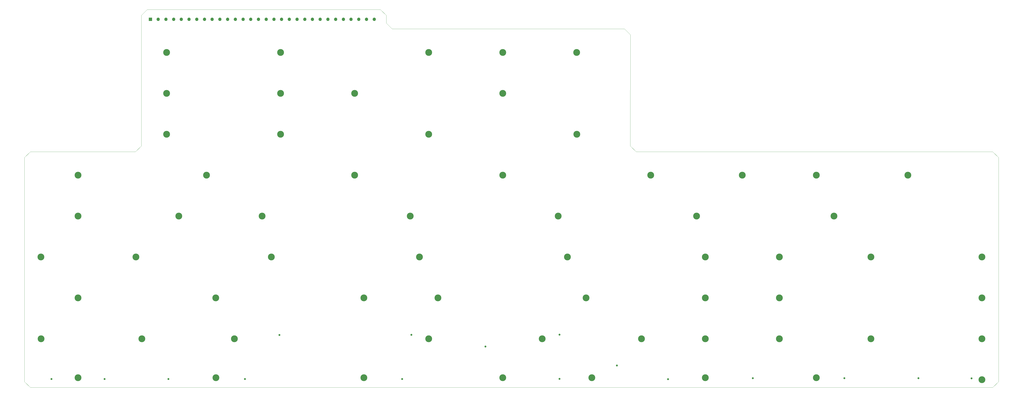
<source format=gbr>
%TF.GenerationSoftware,KiCad,Pcbnew,(5.1.9-0-10_14)*%
%TF.CreationDate,2021-02-25T21:43:52+01:00*%
%TF.ProjectId,mtf122,6d746631-3232-42e6-9b69-6361645f7063,rev?*%
%TF.SameCoordinates,PXe1237f8PYe7db780*%
%TF.FileFunction,Soldermask,Bot*%
%TF.FilePolarity,Negative*%
%FSLAX46Y46*%
G04 Gerber Fmt 4.6, Leading zero omitted, Abs format (unit mm)*
G04 Created by KiCad (PCBNEW (5.1.9-0-10_14)) date 2021-02-25 21:43:52*
%MOMM*%
%LPD*%
G01*
G04 APERTURE LIST*
%TA.AperFunction,Profile*%
%ADD10C,0.100000*%
%TD*%
%ADD11C,1.000000*%
%ADD12C,3.500000*%
%ADD13O,1.700000X1.700000*%
%ADD14R,1.700000X1.700000*%
G04 APERTURE END LIST*
D10*
X119255000Y126830000D02*
X122255000Y123830000D01*
X-3065000Y129830000D02*
X-65000Y126830000D01*
X-6065000Y136800000D02*
X-3065000Y133800000D01*
X122255000Y123830000D02*
X122240000Y66785000D01*
X-125760000Y136785000D02*
X-6065000Y136800000D01*
X-65000Y126830000D02*
X119255000Y126830000D01*
X-3065000Y133800000D02*
X-3065000Y129830000D01*
X-131760000Y63785000D02*
X-128760000Y66785000D01*
X125240000Y63785000D02*
X122240000Y66785000D01*
X-128760000Y133785000D02*
X-125760000Y136785000D01*
X-128760000Y133785000D02*
X-128760000Y66785000D01*
X311240000Y60785000D02*
X308240000Y63785000D01*
X-188760000Y60785000D02*
X-185760000Y63785000D01*
X308240000Y-57215000D02*
X311240000Y-54215000D01*
X-185760000Y-57215000D02*
X-188760000Y-54215000D01*
X125240000Y63785000D02*
X308240000Y63785000D01*
X-188760000Y60785000D02*
X-188760000Y-54215000D01*
X-185760000Y-57215000D02*
X308240000Y-57215000D01*
X-185760000Y63785000D02*
X-131760000Y63785000D01*
X311240000Y60785000D02*
X311240000Y-54215000D01*
D11*
%TO.C,COL_G_TP24*%
X297375000Y-52560000D03*
%TD*%
%TO.C,COL_F_TP23*%
X270105000Y-52500000D03*
%TD*%
%TO.C,COL_E_TP22*%
X232135000Y-52480000D03*
%TD*%
%TO.C,COL_D_TP21*%
X185115000Y-52500000D03*
%TD*%
%TO.C,COL_C_TP20*%
X141615000Y-52960000D03*
%TD*%
%TO.C,COL_B_TP19*%
X115305000Y-45920000D03*
%TD*%
%TO.C,COL_A_TP18*%
X85865000Y-30100000D03*
%TD*%
%TO.C,COL_9_TP17*%
X47865000Y-36210000D03*
%TD*%
%TO.C,COL_8_TP16*%
X85875000Y-52810000D03*
%TD*%
%TO.C,COL_7_TP15*%
X9875000Y-30200000D03*
%TD*%
%TO.C,COL_6_TP14*%
X5125000Y-52860000D03*
%TD*%
%TO.C,COL_5_TP13*%
X-57885000Y-30250000D03*
%TD*%
%TO.C,COL_4_TP12*%
X-75585000Y-52890000D03*
%TD*%
%TO.C,COL_3_TP11*%
X-114885000Y-52890000D03*
%TD*%
%TO.C,COL_2_TP10*%
X-147645000Y-52870000D03*
%TD*%
%TO.C,COL_1_TP9*%
X-174875000Y-52930000D03*
%TD*%
D12*
%TO.C,H1*%
X-180275000Y9780000D03*
%TD*%
%TO.C,H2*%
X-180265000Y-32220000D03*
%TD*%
%TO.C,H3*%
X-161265000Y51780000D03*
%TD*%
%TO.C,H4*%
X-161265000Y30780000D03*
%TD*%
%TO.C,H5*%
X-161275000Y-11220000D03*
%TD*%
%TO.C,H6*%
X-161265000Y-52220000D03*
%TD*%
%TO.C,H7*%
X-131515000Y9790000D03*
%TD*%
%TO.C,H8*%
X-128515000Y-32190000D03*
%TD*%
%TO.C,H9*%
X-115785000Y114770000D03*
%TD*%
%TO.C,H10*%
X-115775000Y93770000D03*
%TD*%
%TO.C,H11*%
X-115775000Y72770000D03*
%TD*%
%TO.C,H12*%
X-109515000Y30790000D03*
%TD*%
%TO.C,H13*%
X-95285000Y51770000D03*
%TD*%
%TO.C,H14*%
X-90535000Y-11230000D03*
%TD*%
%TO.C,H15*%
X-90525000Y-52230000D03*
%TD*%
%TO.C,H16*%
X-81035000Y-32230000D03*
%TD*%
%TO.C,H17*%
X-66785000Y30770000D03*
%TD*%
%TO.C,H18*%
X-62025000Y9770000D03*
%TD*%
%TO.C,H19*%
X-57285000Y114770000D03*
%TD*%
%TO.C,H20*%
X-57285000Y93770000D03*
%TD*%
%TO.C,H21*%
X-57285000Y72770000D03*
%TD*%
%TO.C,H22*%
X-19275000Y93770000D03*
%TD*%
%TO.C,H23*%
X-19275000Y51770000D03*
%TD*%
%TO.C,H24*%
X-14525000Y-11230000D03*
%TD*%
%TO.C,H25*%
X-14535000Y-52230000D03*
%TD*%
%TO.C,H26*%
X9225000Y30770000D03*
%TD*%
%TO.C,H27*%
X13965000Y9770000D03*
%TD*%
%TO.C,H28*%
X18725000Y114770000D03*
%TD*%
%TO.C,H29*%
X18725000Y72770000D03*
%TD*%
%TO.C,H30*%
X18715000Y-32230000D03*
%TD*%
%TO.C,H31*%
X23475000Y-11230000D03*
%TD*%
%TO.C,H32*%
X56725000Y114770000D03*
%TD*%
%TO.C,H33*%
X56715000Y93770000D03*
%TD*%
%TO.C,H34*%
X56715000Y51770000D03*
%TD*%
%TO.C,H35*%
X56725000Y-52230000D03*
%TD*%
%TO.C,H36*%
X76975000Y-32230000D03*
%TD*%
%TO.C,H37*%
X85225000Y30770000D03*
%TD*%
%TO.C,H38*%
X89975000Y9770000D03*
%TD*%
%TO.C,H39*%
X94715000Y114770000D03*
%TD*%
%TO.C,H40*%
X94725000Y72770000D03*
%TD*%
%TO.C,H41*%
X99475000Y-11230000D03*
%TD*%
%TO.C,H42*%
X102465000Y-52230000D03*
%TD*%
%TO.C,H43*%
X127965000Y-32230000D03*
%TD*%
%TO.C,H44*%
X132725000Y51770000D03*
%TD*%
%TO.C,H45*%
X156215000Y30780000D03*
%TD*%
%TO.C,H46*%
X160725000Y9780000D03*
%TD*%
%TO.C,H47*%
X160725000Y-11220000D03*
%TD*%
%TO.C,H48*%
X160715000Y-32220000D03*
%TD*%
%TO.C,H49*%
X160715000Y-52220000D03*
%TD*%
%TO.C,H50*%
X179715000Y51780000D03*
%TD*%
%TO.C,H51*%
X198715000Y9780000D03*
%TD*%
%TO.C,H52*%
X198725000Y-11220000D03*
%TD*%
%TO.C,H53*%
X198715000Y-32220000D03*
%TD*%
%TO.C,H54*%
X217725000Y51780000D03*
%TD*%
%TO.C,H55*%
X217725000Y-52220000D03*
%TD*%
%TO.C,H56*%
X226735000Y30780000D03*
%TD*%
%TO.C,H57*%
X245725000Y9780000D03*
%TD*%
%TO.C,H58*%
X245735000Y-32220000D03*
%TD*%
%TO.C,H59*%
X264725000Y51780000D03*
%TD*%
%TO.C,H60*%
X302735000Y9780000D03*
%TD*%
%TO.C,H61*%
X302725000Y-11220000D03*
%TD*%
%TO.C,H62*%
X302725000Y-32220000D03*
%TD*%
%TO.C,H63*%
X302735000Y-53220000D03*
%TD*%
D13*
%TO.C,J1*%
X-112195000Y131785000D03*
D14*
X-124075000Y131785000D03*
D13*
X-120115000Y131785000D03*
X-116155000Y131785000D03*
X-108235000Y131785000D03*
X-104275000Y131785000D03*
X-100315000Y131785000D03*
X-96355000Y131785000D03*
X-92395000Y131785000D03*
X-88435000Y131785000D03*
X-84475000Y131785000D03*
X-80515000Y131785000D03*
X-76555000Y131785000D03*
X-72595000Y131785000D03*
X-68635000Y131785000D03*
X-64675000Y131785000D03*
X-60715000Y131785000D03*
X-56755000Y131785000D03*
X-52795000Y131785000D03*
X-48835000Y131785000D03*
X-44875000Y131785000D03*
X-40915000Y131785000D03*
X-36955000Y131785000D03*
X-32995000Y131785000D03*
X-29035000Y131785000D03*
X-25075000Y131785000D03*
X-21115000Y131785000D03*
X-17155000Y131785000D03*
X-13195000Y131785000D03*
X-9235000Y131785000D03*
%TD*%
M02*

</source>
